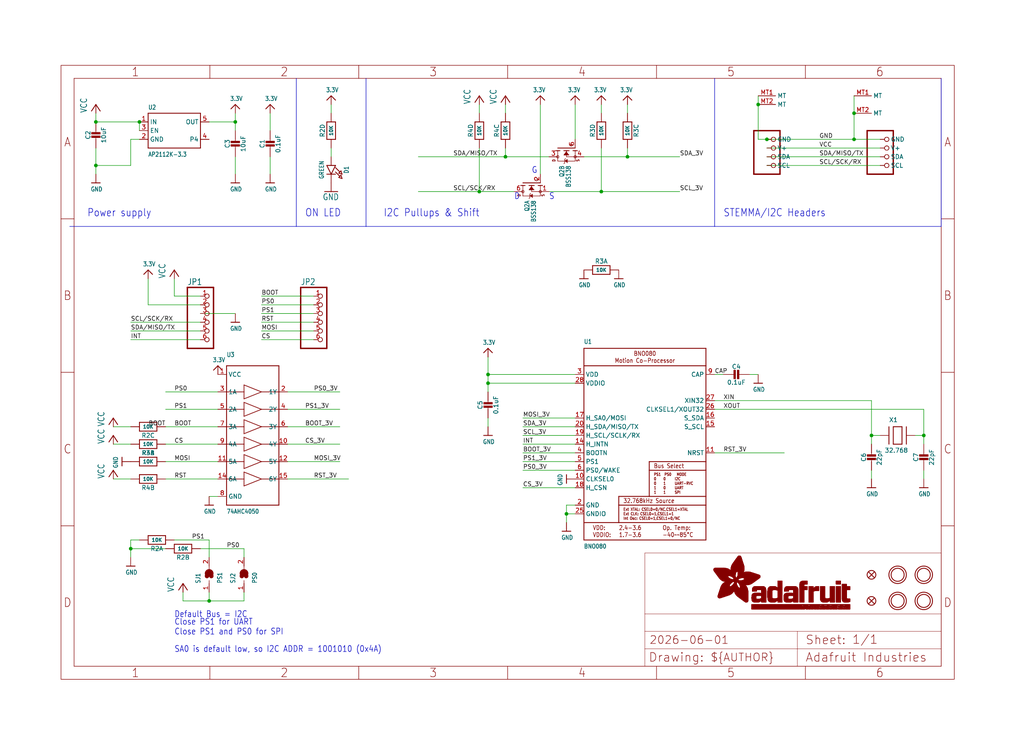
<source format=kicad_sch>
(kicad_sch (version 20230121) (generator eeschema)
  (paper "User" 298.45 217.322)
  (lib_symbols
    (symbol "working-eagle-import:3.3V" (power)
      (property "Value" "3.3V" (at -1.524 1.016 0))
      (symbol "3.3V_1_0"
        (pin power_in line (at 0 -2.54 90) (length 2.54) (name "3.3V") (number "1"))
      )
    )
    (symbol "working-eagle-import:74HC4050DTSSOP"
      (property "Reference" "U" (at -7.62 22.86 0))
      (symbol "74HC4050DTSSOP_1_0"
        (pin bidirectional line (at -10.16 17.78 0) (length 2.54) (name "VCC") (number "1"))
        (pin bidirectional line (at 10.16 -2.54 180) (length 2.54) (name "4Y") (number "10"))
        (pin bidirectional line (at -10.16 -7.62 0) (length 2.54) (name "5A") (number "11"))
        (pin bidirectional line (at 10.16 -7.62 180) (length 2.54) (name "5Y") (number "12"))
        (pin bidirectional line (at -10.16 -12.7 0) (length 2.54) (name "6A") (number "14"))
        (pin bidirectional line (at 10.16 -12.7 180) (length 2.54) (name "6Y") (number "15"))
        (pin bidirectional line (at 10.16 12.7 180) (length 2.54) (name "1Y") (number "2"))
        (pin bidirectional line (at -10.16 12.7 0) (length 2.54) (name "1A") (number "3"))
        (pin bidirectional line (at 10.16 7.62 180) (length 2.54) (name "2Y") (number "4"))
        (pin bidirectional line (at -10.16 7.62 0) (length 2.54) (name "2A") (number "5"))
        (pin bidirectional line (at 10.16 2.54 180) (length 2.54) (name "3Y") (number "6"))
        (pin bidirectional line (at -10.16 2.54 0) (length 2.54) (name "3A") (number "7"))
        (pin bidirectional line (at -10.16 -17.78 0) (length 2.54) (name "GND") (number "8"))
        (pin bidirectional line (at -10.16 -2.54 0) (length 2.54) (name "4A") (number "9"))
      )
    )
    (symbol "working-eagle-import:BNO080"
      (property "Reference" "U" (at -17.78 29.21 0))
      (symbol "BNO080_1_0"
        (text "2.4-3.6\n1.7-3.6" (at -7.62 -25.4 0) (effects (font (size 1.27 1.0795)) (justify left)))
        (text "32.768kHz Source" (at -6.35 -16.51 0) (effects (font (size 1.27 1.0795)) (justify left)))
        (text "BNO080\nMotion Co-Processor" (at 0 25.4 0) (effects (font (size 1.27 1.0795))))
        (text "Bus Select" (at 2.54 -6.35 0) (effects (font (size 1.27 1.0795)) (justify left)))
        (text "Ext XTAL: CSEL0=0/NC,CSEL1=XTAL\nExt CLK: CSEL0=1,CSEL1=1\nInt Osc: CSEL0=1,CSEL1=0/NC" (at -6.35 -20.32 0) (effects (font (size 0.8128 0.6908)) (justify left)))
        (text "Op. Temp:\n-40~~85°C" (at 5.08 -25.4 0) (effects (font (size 1.27 1.0795)) (justify left)))
        (text "PS1  PS0   MODE\n0    0     I2C\n0    1     UART-RVC\n1    0     UART\n1    1     SPI" (at 2.54 -11.43 0) (effects (font (size 0.8128 0.6908)) (justify left)))
        (text "VDD:\nVDDIO:" (at -15.24 -25.4 0) (effects (font (size 1.27 1.0795)) (justify left)))
        (pin input line (at -20.32 -10.16 0) (length 2.54) (name "CLKSEL0") (number "10"))
        (pin input line (at 20.32 -2.54 180) (length 2.54) (name "NRST") (number "11"))
        (pin output line (at -20.32 0 0) (length 2.54) (name "H_INTN") (number "14"))
        (pin bidirectional line (at 20.32 5.08 180) (length 2.54) (name "S_SCL") (number "15"))
        (pin bidirectional line (at 20.32 7.62 180) (length 2.54) (name "S_SDA") (number "16"))
        (pin output line (at -20.32 7.62 0) (length 2.54) (name "H_SA0/MOSI") (number "17"))
        (pin input line (at -20.32 -12.7 0) (length 2.54) (name "H_CSN") (number "18"))
        (pin bidirectional line (at -20.32 2.54 0) (length 2.54) (name "H_SCL/SCLK/RX") (number "19"))
        (pin power_in line (at -20.32 -17.78 0) (length 2.54) (name "GND") (number "2"))
        (pin bidirectional line (at -20.32 5.08 0) (length 2.54) (name "H_SDA/MISO/TX") (number "20"))
        (pin power_in line (at -20.32 -20.32 0) (length 2.54) (name "GNDIO") (number "25"))
        (pin output line (at 20.32 10.16 180) (length 2.54) (name "CLKSEL1/XOUT32") (number "26"))
        (pin input line (at 20.32 12.7 180) (length 2.54) (name "XIN32") (number "27"))
        (pin power_in line (at -20.32 17.78 0) (length 2.54) (name "VDDIO") (number "28"))
        (pin power_in line (at -20.32 20.32 0) (length 2.54) (name "VDD") (number "3"))
        (pin input line (at -20.32 -2.54 0) (length 2.54) (name "BOOTN") (number "4"))
        (pin input line (at -20.32 -5.08 0) (length 2.54) (name "PS1") (number "5"))
        (pin input line (at -20.32 -7.62 0) (length 2.54) (name "PS0/WAKE") (number "6"))
        (pin passive line (at 20.32 20.32 180) (length 2.54) (name "CAP") (number "9"))
      )
    )
    (symbol "working-eagle-import:CAP_CERAMIC0603_NO"
      (property "Reference" "C" (at -2.29 1.25 90))
      (symbol "CAP_CERAMIC0603_NO_1_0"
        (pin passive line (at 0 5.08 270) (length 2.54) (name "1") (number "1"))
        (pin passive line (at 0 -2.54 90) (length 2.54) (name "2") (number "2"))
      )
    )
    (symbol "working-eagle-import:CAP_CERAMIC0805-NOOUTLINE"
      (property "Reference" "C" (at -2.29 1.25 90))
      (symbol "CAP_CERAMIC0805-NOOUTLINE_1_0"
        (pin passive line (at 0 5.08 270) (length 2.54) (name "1") (number "1"))
        (pin passive line (at 0 -2.54 90) (length 2.54) (name "2") (number "2"))
      )
    )
    (symbol "working-eagle-import:FIDUCIAL_1MM")
    (symbol "working-eagle-import:FRAME_A4_ADAFRUIT"
      (symbol "FRAME_A4_ADAFRUIT_1_0"
        (text "${#}/${##}" (at 230.505 10.16 0) (effects (font (size 2.54 2.54)) (justify left bottom)))
        (text "${AUTHOR}" (at 189.23 5.08 0) (effects (font (size 2.286 2.286)) (justify left bottom)))
        (text "${CURRENT_DATE}" (at 171.45 10.16 0) (effects (font (size 2.286 2.286)) (justify left bottom)))
        (text "${PROJECTNAME}" (at 171.45 15.24 0) (effects (font (size 2.54 2.54)) (justify left bottom)))
        (text "1" (at 21.6958 1.905 0) (effects (font (size 2.54 2.286))))
        (text "1" (at 21.6958 177.165 0) (effects (font (size 2.54 2.286))))
        (text "2" (at 65.0875 1.905 0) (effects (font (size 2.54 2.286))))
        (text "2" (at 65.0875 177.165 0) (effects (font (size 2.54 2.286))))
        (text "3" (at 108.4792 1.905 0) (effects (font (size 2.54 2.286))))
        (text "3" (at 108.4792 177.165 0) (effects (font (size 2.54 2.286))))
        (text "4" (at 151.8708 1.905 0) (effects (font (size 2.54 2.286))))
        (text "4" (at 151.8708 177.165 0) (effects (font (size 2.54 2.286))))
        (text "5" (at 195.2625 1.905 0) (effects (font (size 2.54 2.286))))
        (text "5" (at 195.2625 177.165 0) (effects (font (size 2.54 2.286))))
        (text "6" (at 238.6542 1.905 0) (effects (font (size 2.54 2.286))))
        (text "6" (at 238.6542 177.165 0) (effects (font (size 2.54 2.286))))
        (text "A" (at 1.905 156.6863 0) (effects (font (size 2.54 2.286))))
        (text "A" (at 258.445 156.6863 0) (effects (font (size 2.54 2.286))))
        (text "Adafruit Industries" (at 216.916 4.953 0) (effects (font (size 2.54 2.54)) (justify left bottom)))
        (text "B" (at 1.905 111.9188 0) (effects (font (size 2.54 2.286))))
        (text "B" (at 258.445 111.9188 0) (effects (font (size 2.54 2.286))))
        (text "C" (at 1.905 67.1513 0) (effects (font (size 2.54 2.286))))
        (text "C" (at 258.445 67.1513 0) (effects (font (size 2.54 2.286))))
        (text "D" (at 1.905 22.3838 0) (effects (font (size 2.54 2.286))))
        (text "D" (at 258.445 22.3838 0) (effects (font (size 2.54 2.286))))
        (text "Drawing:" (at 171.196 4.953 0) (effects (font (size 2.54 2.54)) (justify left bottom)))
        (text "Sheet:" (at 216.916 10.033 0) (effects (font (size 2.54 2.54)) (justify left bottom)))
      )
    )
    (symbol "working-eagle-import:GND" (power)
      (property "Value" "GND" (at -1.524 -2.54 0))
      (symbol "GND_1_0"
        (pin power_in line (at 0 2.54 270) (length 2.54) (name "GND") (number "1"))
      )
    )
    (symbol "working-eagle-import:HEADER-1X670MIL"
      (property "Reference" "JP" (at -6.35 10.795 0))
      (symbol "HEADER-1X670MIL_1_0"
        (pin passive inverted (at -2.54 7.62 0) (length 2.54) (name "1") (number "1"))
        (pin passive inverted (at -2.54 5.08 0) (length 2.54) (name "2") (number "2"))
        (pin passive inverted (at -2.54 2.54 0) (length 2.54) (name "3") (number "3"))
        (pin passive inverted (at -2.54 0 0) (length 2.54) (name "4") (number "4"))
        (pin passive inverted (at -2.54 -2.54 0) (length 2.54) (name "5") (number "5"))
        (pin passive inverted (at -2.54 -5.08 0) (length 2.54) (name "6") (number "6"))
      )
    )
    (symbol "working-eagle-import:LED0603_NOOUTLINE"
      (property "Reference" "D" (at -1.27 4.445 0))
      (symbol "LED0603_NOOUTLINE_1_0"
        (pin passive line (at -5.08 0 0) (length 2.54) (name "A") (number "A"))
        (pin passive line (at 2.54 0 180) (length 2.54) (name "C") (number "C"))
      )
    )
    (symbol "working-eagle-import:MOSFET-N_DUAL"
      (property "Reference" "Q" (at 5.08 0.635 0))
      (symbol "MOSFET-N_DUAL_1_0"
        (text "D" (at 3.175 3.175 0) (effects (font (size 0.8128 0.6908)) (justify left bottom)))
        (text "G" (at -1.27 -1.905 0) (effects (font (size 0.8128 0.6908)) (justify left bottom)))
        (text "S" (at 3.175 -3.81 0) (effects (font (size 0.8128 0.6908)) (justify left bottom)))
        (pin bidirectional line (at 2.54 -5.08 90) (length 2.54) (name "S") (number "1"))
        (pin bidirectional line (at -2.54 -2.54 0) (length 2.54) (name "G") (number "2"))
        (pin bidirectional line (at 2.54 5.08 270) (length 2.54) (name "D") (number "6"))
      )
      (symbol "MOSFET-N_DUAL_2_0"
        (text "D" (at 3.175 3.175 0) (effects (font (size 0.8128 0.6908)) (justify left bottom)))
        (text "G" (at -1.27 -1.905 0) (effects (font (size 0.8128 0.6908)) (justify left bottom)))
        (text "S" (at 3.175 -3.81 0) (effects (font (size 0.8128 0.6908)) (justify left bottom)))
        (pin bidirectional line (at 2.54 5.08 270) (length 2.54) (name "D") (number "3"))
        (pin bidirectional line (at 2.54 -5.08 90) (length 2.54) (name "S") (number "4"))
        (pin bidirectional line (at -2.54 -2.54 0) (length 2.54) (name "G") (number "5"))
      )
    )
    (symbol "working-eagle-import:MOUNTINGHOLE2.5")
    (symbol "working-eagle-import:RESISTOR_4PACK"
      (property "Reference" "R" (at 0 2.54 0))
      (symbol "RESISTOR_4PACK_1_0"
        (pin passive line (at -5.08 0 0) (length 2.54) (name "1") (number "1"))
        (pin passive line (at 5.08 0 180) (length 2.54) (name "2") (number "8"))
      )
      (symbol "RESISTOR_4PACK_2_0"
        (pin passive line (at -5.08 0 0) (length 2.54) (name "1") (number "2"))
        (pin passive line (at 5.08 0 180) (length 2.54) (name "2") (number "7"))
      )
      (symbol "RESISTOR_4PACK_3_0"
        (pin passive line (at -5.08 0 0) (length 2.54) (name "1") (number "3"))
        (pin passive line (at 5.08 0 180) (length 2.54) (name "2") (number "6"))
      )
      (symbol "RESISTOR_4PACK_4_0"
        (pin passive line (at -5.08 0 0) (length 2.54) (name "1") (number "4"))
        (pin passive line (at 5.08 0 180) (length 2.54) (name "2") (number "5"))
      )
    )
    (symbol "working-eagle-import:SOLDERJUMPER"
      (property "Reference" "SJ" (at -2.54 2.54 0))
      (symbol "SOLDERJUMPER_1_0"
        (pin passive line (at -5.08 0 0) (length 2.54) (name "1") (number "1"))
        (pin passive line (at 5.08 0 180) (length 2.54) (name "2") (number "2"))
      )
    )
    (symbol "working-eagle-import:STEMMA_I2C_QT"
      (symbol "STEMMA_I2C_QT_1_0"
        (pin passive inverted (at 0 5.08 0) (length 2.54) (name "GND") (number "1"))
        (pin passive inverted (at 0 2.54 0) (length 2.54) (name "V+") (number "2"))
        (pin passive inverted (at 0 0 0) (length 2.54) (name "SDA") (number "3"))
        (pin passive inverted (at 0 -2.54 0) (length 2.54) (name "SCL") (number "4"))
      )
      (symbol "STEMMA_I2C_QT_2_0"
        (pin bidirectional line (at 0 0 0) (length 5.08) (name "MT") (number "MT1"))
      )
      (symbol "STEMMA_I2C_QT_3_0"
        (pin bidirectional line (at 0 0 0) (length 5.08) (name "MT") (number "MT2"))
      )
    )
    (symbol "working-eagle-import:VCC" (power)
      (property "Value" "VCC" (at -2.54 -2.54 90))
      (symbol "VCC_1_0"
        (pin power_in line (at 0 -2.54 90) (length 2.54) (name "VCC") (number "1"))
      )
    )
    (symbol "working-eagle-import:VREG_SOT23-5"
      (property "Reference" "U" (at -7.62 6.096 0))
      (symbol "VREG_SOT23-5_1_0"
        (pin power_in line (at -10.16 2.54 0) (length 2.54) (name "IN") (number "1"))
        (pin power_in line (at -10.16 -2.54 0) (length 2.54) (name "GND") (number "2"))
        (pin input line (at -10.16 0 0) (length 2.54) (name "EN") (number "3"))
        (pin bidirectional line (at 10.16 -2.54 180) (length 2.54) (name "P4") (number "4"))
        (pin power_in line (at 10.16 2.54 180) (length 2.54) (name "OUT") (number "5"))
      )
    )
    (symbol "working-eagle-import:XTAL-3.2X1.5"
      (property "Reference" "X" (at -2.54 3.81 0))
      (symbol "XTAL-3.2X1.5_1_0"
        (pin bidirectional line (at -5.08 0 0) (length 2.54) (name "P$1") (number "P$1"))
        (pin bidirectional line (at 5.08 0 180) (length 2.54) (name "P$2") (number "P$2"))
      )
    )
    (symbol "working-eagle-import:supply1_GND" (power)
      (property "Value" "supply1_GND" (at -2.54 -2.54 0))
      (symbol "supply1_GND_1_0"
        (pin power_in line (at 0 2.54 270) (length 2.54) (name "GND") (number "1"))
      )
    )
  )
  (junction (at 27.94 48.26))
  (junction (at 139.7 55.88))
  (junction (at 248.92 40.64))
  (junction (at 223.52 40.64))
  (junction (at 165.1 149.86))
  (junction (at 182.88 45.72))
  (junction (at 147.32 45.72))
  (junction (at 254 127))
  (junction (at 27.94 35.56))
  (junction (at 269.24 127))
  (junction (at 38.1 160.02))
  (junction (at 60.96 175.26))
  (junction (at 175.26 55.88))
  (junction (at 68.58 35.56))
  (junction (at 40.64 35.56))
  (junction (at 142.24 111.76))
  (junction (at 142.24 109.22))
  (junction (at 220.98 30.48))
  (junction (at 248.92 33.02))
  (wire (pts (xy 167.64 129.54) (xy 152.4 129.54)) (stroke (width 0.1524)))
  (wire (pts (xy 68.58 35.56) (xy 68.58 38.1)) (stroke (width 0.1524)))
  (wire (pts (xy 139.7 55.88) (xy 121.92 55.88)) (stroke (width 0.1524)))
  (wire (pts (xy 63.5 124.46) (xy 48.26 124.46)) (stroke (width 0.1524)))
  (wire (pts (xy 27.94 33.02) (xy 27.94 35.56)) (stroke (width 0.1524)))
  (wire (pts (xy 208.28 132.08) (xy 228.6 132.08)) (stroke (width 0.1524)))
  (wire (pts (xy 220.98 27.94) (xy 220.98 30.48)) (stroke (width 0.1524)))
  (wire (pts (xy 167.64 127) (xy 152.4 127)) (stroke (width 0.1524)))
  (wire (pts (xy 182.88 33.02) (xy 182.88 30.48)) (stroke (width 0.1524)))
  (wire (pts (xy 165.1 149.86) (xy 165.1 152.4)) (stroke (width 0.1524)))
  (wire (pts (xy 63.5 114.3) (xy 48.26 114.3)) (stroke (width 0.1524)))
  (wire (pts (xy 91.44 99.06) (xy 76.2 99.06)) (stroke (width 0.1524)))
  (wire (pts (xy 269.24 127) (xy 269.24 129.54)) (stroke (width 0.1524)))
  (wire (pts (xy 170.18 45.72) (xy 182.88 45.72)) (stroke (width 0.1524)))
  (wire (pts (xy 157.48 50.8) (xy 157.48 30.48)) (stroke (width 0.1524)))
  (wire (pts (xy 167.64 109.22) (xy 142.24 109.22)) (stroke (width 0.1524)))
  (wire (pts (xy 58.42 160.02) (xy 71.12 160.02)) (stroke (width 0.1524)))
  (wire (pts (xy 220.98 40.64) (xy 223.52 40.64)) (stroke (width 0.1524)))
  (wire (pts (xy 40.64 35.56) (xy 27.94 35.56)) (stroke (width 0.1524)))
  (wire (pts (xy 78.74 33.02) (xy 78.74 38.1)) (stroke (width 0.1524)))
  (wire (pts (xy 96.52 30.48) (xy 96.52 33.02)) (stroke (width 0.1524)))
  (wire (pts (xy 175.26 33.02) (xy 175.26 30.48)) (stroke (width 0.1524)))
  (wire (pts (xy 149.86 55.88) (xy 139.7 55.88)) (stroke (width 0.1524)))
  (wire (pts (xy 33.02 124.46) (xy 38.1 124.46)) (stroke (width 0.1524)))
  (polyline (pts (xy 86.36 22.86) (xy 86.36 66.04)) (stroke (width 0.1524) (type solid)))
  (wire (pts (xy 167.64 149.86) (xy 165.1 149.86)) (stroke (width 0.1524)))
  (wire (pts (xy 50.8 157.48) (xy 60.96 157.48)) (stroke (width 0.1524)))
  (wire (pts (xy 223.52 43.18) (xy 256.54 43.18)) (stroke (width 0.1524)))
  (wire (pts (xy 208.28 119.38) (xy 269.24 119.38)) (stroke (width 0.1524)))
  (wire (pts (xy 223.52 48.26) (xy 256.54 48.26)) (stroke (width 0.1524)))
  (wire (pts (xy 175.26 55.88) (xy 198.12 55.88)) (stroke (width 0.1524)))
  (wire (pts (xy 33.02 129.54) (xy 38.1 129.54)) (stroke (width 0.1524)))
  (wire (pts (xy 91.44 88.9) (xy 76.2 88.9)) (stroke (width 0.1524)))
  (wire (pts (xy 220.98 30.48) (xy 220.98 40.64)) (stroke (width 0.1524)))
  (wire (pts (xy 167.64 121.92) (xy 152.4 121.92)) (stroke (width 0.1524)))
  (wire (pts (xy 139.7 30.48) (xy 139.7 33.02)) (stroke (width 0.1524)))
  (wire (pts (xy 83.82 139.7) (xy 101.6 139.7)) (stroke (width 0.1524)))
  (wire (pts (xy 78.74 45.72) (xy 78.74 50.8)) (stroke (width 0.1524)))
  (wire (pts (xy 142.24 109.22) (xy 142.24 104.14)) (stroke (width 0.1524)))
  (wire (pts (xy 71.12 175.26) (xy 60.96 175.26)) (stroke (width 0.1524)))
  (polyline (pts (xy 274.32 22.86) (xy 274.32 66.04)) (stroke (width 0.1524) (type solid)))
  (polyline (pts (xy 106.68 66.04) (xy 208.28 66.04)) (stroke (width 0.1524) (type solid)))
  (wire (pts (xy 142.24 114.3) (xy 142.24 111.76)) (stroke (width 0.1524)))
  (wire (pts (xy 38.1 160.02) (xy 38.1 162.56)) (stroke (width 0.1524)))
  (wire (pts (xy 27.94 48.26) (xy 27.94 50.8)) (stroke (width 0.1524)))
  (wire (pts (xy 38.1 40.64) (xy 38.1 48.26)) (stroke (width 0.1524)))
  (wire (pts (xy 254 127) (xy 254 129.54)) (stroke (width 0.1524)))
  (wire (pts (xy 91.44 93.98) (xy 76.2 93.98)) (stroke (width 0.1524)))
  (wire (pts (xy 60.96 175.26) (xy 53.34 175.26)) (stroke (width 0.1524)))
  (wire (pts (xy 167.64 40.64) (xy 167.64 30.48)) (stroke (width 0.1524)))
  (wire (pts (xy 256.54 40.64) (xy 248.92 40.64)) (stroke (width 0.1524)))
  (wire (pts (xy 175.26 43.18) (xy 175.26 55.88)) (stroke (width 0.1524)))
  (wire (pts (xy 91.44 91.44) (xy 76.2 91.44)) (stroke (width 0.1524)))
  (wire (pts (xy 27.94 48.26) (xy 27.94 43.18)) (stroke (width 0.1524)))
  (wire (pts (xy 142.24 121.92) (xy 142.24 124.46)) (stroke (width 0.1524)))
  (wire (pts (xy 53.34 175.26) (xy 53.34 172.72)) (stroke (width 0.1524)))
  (polyline (pts (xy 20.32 66.04) (xy 86.36 66.04)) (stroke (width 0.1524) (type solid)))
  (wire (pts (xy 58.42 88.9) (xy 43.18 88.9)) (stroke (width 0.1524)))
  (polyline (pts (xy 106.68 22.86) (xy 106.68 66.04)) (stroke (width 0.1524) (type solid)))
  (wire (pts (xy 208.28 116.84) (xy 254 116.84)) (stroke (width 0.1524)))
  (wire (pts (xy 147.32 45.72) (xy 121.92 45.72)) (stroke (width 0.1524)))
  (wire (pts (xy 167.64 111.76) (xy 142.24 111.76)) (stroke (width 0.1524)))
  (wire (pts (xy 38.1 48.26) (xy 27.94 48.26)) (stroke (width 0.1524)))
  (wire (pts (xy 142.24 111.76) (xy 142.24 109.22)) (stroke (width 0.1524)))
  (wire (pts (xy 33.02 139.7) (xy 38.1 139.7)) (stroke (width 0.1524)))
  (polyline (pts (xy 208.28 66.04) (xy 274.32 66.04)) (stroke (width 0.1524) (type solid)))
  (wire (pts (xy 248.92 27.94) (xy 248.92 33.02)) (stroke (width 0.1524)))
  (wire (pts (xy 147.32 43.18) (xy 147.32 45.72)) (stroke (width 0.1524)))
  (wire (pts (xy 68.58 45.72) (xy 68.58 50.8)) (stroke (width 0.1524)))
  (polyline (pts (xy 208.28 22.86) (xy 208.28 66.04)) (stroke (width 0.1524) (type solid)))
  (wire (pts (xy 48.26 160.02) (xy 38.1 160.02)) (stroke (width 0.1524)))
  (wire (pts (xy 152.4 137.16) (xy 167.64 137.16)) (stroke (width 0.1524)))
  (wire (pts (xy 99.06 119.38) (xy 83.82 119.38)) (stroke (width 0.1524)))
  (wire (pts (xy 63.5 134.62) (xy 48.26 134.62)) (stroke (width 0.1524)))
  (wire (pts (xy 58.42 93.98) (xy 38.1 93.98)) (stroke (width 0.1524)))
  (wire (pts (xy 71.12 172.72) (xy 71.12 175.26)) (stroke (width 0.1524)))
  (wire (pts (xy 91.44 86.36) (xy 76.2 86.36)) (stroke (width 0.1524)))
  (wire (pts (xy 167.64 132.08) (xy 152.4 132.08)) (stroke (width 0.1524)))
  (wire (pts (xy 83.82 129.54) (xy 99.06 129.54)) (stroke (width 0.1524)))
  (wire (pts (xy 139.7 43.18) (xy 139.7 55.88)) (stroke (width 0.1524)))
  (wire (pts (xy 60.96 35.56) (xy 68.58 35.56)) (stroke (width 0.1524)))
  (wire (pts (xy 160.02 55.88) (xy 175.26 55.88)) (stroke (width 0.1524)))
  (wire (pts (xy 160.02 45.72) (xy 147.32 45.72)) (stroke (width 0.1524)))
  (wire (pts (xy 167.64 142.24) (xy 152.4 142.24)) (stroke (width 0.1524)))
  (wire (pts (xy 40.64 38.1) (xy 40.64 35.56)) (stroke (width 0.1524)))
  (wire (pts (xy 58.42 91.44) (xy 68.58 91.44)) (stroke (width 0.1524)))
  (wire (pts (xy 58.42 96.52) (xy 38.1 96.52)) (stroke (width 0.1524)))
  (wire (pts (xy 50.8 86.36) (xy 50.8 81.28)) (stroke (width 0.1524)))
  (wire (pts (xy 256.54 45.72) (xy 223.52 45.72)) (stroke (width 0.1524)))
  (wire (pts (xy 248.92 33.02) (xy 248.92 40.64)) (stroke (width 0.1524)))
  (wire (pts (xy 182.88 43.18) (xy 182.88 45.72)) (stroke (width 0.1524)))
  (wire (pts (xy 58.42 86.36) (xy 50.8 86.36)) (stroke (width 0.1524)))
  (wire (pts (xy 48.26 139.7) (xy 63.5 139.7)) (stroke (width 0.1524)))
  (wire (pts (xy 63.5 119.38) (xy 48.26 119.38)) (stroke (width 0.1524)))
  (wire (pts (xy 254 137.16) (xy 254 139.7)) (stroke (width 0.1524)))
  (wire (pts (xy 167.64 147.32) (xy 165.1 147.32)) (stroke (width 0.1524)))
  (wire (pts (xy 208.28 109.22) (xy 210.82 109.22)) (stroke (width 0.1524)))
  (wire (pts (xy 63.5 144.78) (xy 60.96 144.78)) (stroke (width 0.1524)))
  (wire (pts (xy 269.24 137.16) (xy 269.24 139.7)) (stroke (width 0.1524)))
  (wire (pts (xy 218.44 109.22) (xy 220.98 109.22)) (stroke (width 0.1524)))
  (wire (pts (xy 43.18 88.9) (xy 43.18 81.28)) (stroke (width 0.1524)))
  (wire (pts (xy 167.64 124.46) (xy 152.4 124.46)) (stroke (width 0.1524)))
  (wire (pts (xy 40.64 40.64) (xy 38.1 40.64)) (stroke (width 0.1524)))
  (polyline (pts (xy 86.36 66.04) (xy 106.68 66.04)) (stroke (width 0.1524) (type solid)))
  (wire (pts (xy 182.88 45.72) (xy 198.12 45.72)) (stroke (width 0.1524)))
  (wire (pts (xy 96.52 45.72) (xy 96.52 43.18)) (stroke (width 0.1524)))
  (wire (pts (xy 254 116.84) (xy 254 127)) (stroke (width 0.1524)))
  (wire (pts (xy 68.58 35.56) (xy 68.58 33.02)) (stroke (width 0.1524)))
  (wire (pts (xy 256.54 127) (xy 254 127)) (stroke (width 0.1524)))
  (wire (pts (xy 248.92 40.64) (xy 223.52 40.64)) (stroke (width 0.1524)))
  (wire (pts (xy 266.7 127) (xy 269.24 127)) (stroke (width 0.1524)))
  (wire (pts (xy 165.1 147.32) (xy 165.1 149.86)) (stroke (width 0.1524)))
  (wire (pts (xy 83.82 114.3) (xy 99.06 114.3)) (stroke (width 0.1524)))
  (wire (pts (xy 167.64 134.62) (xy 152.4 134.62)) (stroke (width 0.1524)))
  (wire (pts (xy 60.96 172.72) (xy 60.96 175.26)) (stroke (width 0.1524)))
  (wire (pts (xy 83.82 134.62) (xy 99.06 134.62)) (stroke (width 0.1524)))
  (wire (pts (xy 38.1 157.48) (xy 38.1 160.02)) (stroke (width 0.1524)))
  (wire (pts (xy 48.26 129.54) (xy 63.5 129.54)) (stroke (width 0.1524)))
  (wire (pts (xy 91.44 96.52) (xy 76.2 96.52)) (stroke (width 0.1524)))
  (wire (pts (xy 269.24 119.38) (xy 269.24 127)) (stroke (width 0.1524)))
  (wire (pts (xy 83.82 124.46) (xy 99.06 124.46)) (stroke (width 0.1524)))
  (wire (pts (xy 60.96 157.48) (xy 60.96 162.56)) (stroke (width 0.1524)))
  (wire (pts (xy 58.42 99.06) (xy 38.1 99.06)) (stroke (width 0.1524)))
  (wire (pts (xy 38.1 157.48) (xy 40.64 157.48)) (stroke (width 0.1524)))
  (wire (pts (xy 147.32 33.02) (xy 147.32 30.48)) (stroke (width 0.1524)))
  (wire (pts (xy 71.12 160.02) (xy 71.12 162.56)) (stroke (width 0.1524)))
  (text "Power supply" (at 25.4 63.5 0) (effects (font (size 2.1844 1.8567)) (justify left bottom)))
  (text "Default Bus = I2C" (at 50.8 180.34 0) (effects (font (size 1.778 1.5113)) (justify left bottom)))
  (text "D" (at 149.86 58.42 0) (effects (font (size 1.778 1.5113)) (justify left bottom)))
  (text "I2C Pullups & Shift" (at 111.76 63.5 0) (effects (font (size 2.1844 1.8567)) (justify left bottom)))
  (text "Close PS1 for UART\nClose PS1 and PS0 for SPI" (at 50.8 185.42 0) (effects (font (size 1.778 1.5113)) (justify left bottom)))
  (text "S" (at 160.02 58.42 0) (effects (font (size 1.778 1.5113)) (justify left bottom)))
  (text "SA0 is default low, so I2C ADDR = 1001010 (0x4A)" (at 50.8 190.5 0) (effects (font (size 1.778 1.5113)) (justify left bottom)))
  (text "STEMMA/I2C Headers" (at 210.82 63.5 0) (effects (font (size 2.1844 1.8567)) (justify left bottom)))
  (text "ON LED" (at 88.9 63.5 0) (effects (font (size 2.1844 1.8567)) (justify left bottom)))
  (text "G" (at 154.94 50.8 0) (effects (font (size 1.778 1.5113)) (justify left bottom)))
  (label "PS1_3V" (at 88.9 119.38 0) (effects (font (size 1.2446 1.2446))))
  (label "CS" (at 76.2 99.06 0) (effects (font (size 1.2446 1.2446))))
  (label "PS1" (at 55.88 157.48 0) (effects (font (size 1.2446 1.2446))))
  (label "SDA_3V" (at 198.12 45.72 0) (effects (font (size 1.2446 1.2446))))
  (label "PS0_3V" (at 91.44 114.3 0) (effects (font (size 1.2446 1.2446))))
  (label "CS" (at 50.8 129.54 0) (effects (font (size 1.2446 1.2446))))
  (label "PS1" (at 50.8 119.38 0) (effects (font (size 1.2446 1.2446))))
  (label "SDA/MISO/TX" (at 38.1 96.52 0) (effects (font (size 1.2446 1.2446))))
  (label "SDA/MISO/TX" (at 238.76 45.72 0) (effects (font (size 1.2446 1.2446))))
  (label "SDA/MISO/TX" (at 132.08 45.72 0) (effects (font (size 1.2446 1.2446))))
  (label "INT" (at 38.1 99.06 0) (effects (font (size 1.2446 1.2446))))
  (label "MOSI_3V" (at 91.44 134.62 0) (effects (font (size 1.2446 1.2446))))
  (label "PS0" (at 66.04 160.02 0) (effects (font (size 1.2446 1.2446))))
  (label "PS0" (at 50.8 114.3 0) (effects (font (size 1.2446 1.2446))))
  (label "SCL_3V" (at 198.12 55.88 0) (effects (font (size 1.2446 1.2446))))
  (label "SCL_3V" (at 152.4 127 0) (effects (font (size 1.2446 1.2446))))
  (label "RST" (at 76.2 93.98 0) (effects (font (size 1.2446 1.2446))))
  (label "PS0_3V" (at 152.4 137.16 0) (effects (font (size 1.2446 1.2446))))
  (label "BOOT" (at 76.2 86.36 0) (effects (font (size 1.2446 1.2446))))
  (label "XOUT" (at 210.82 119.38 0) (effects (font (size 1.2446 1.2446))))
  (label "SCL/SCK/RX" (at 132.08 55.88 0) (effects (font (size 1.2446 1.2446))))
  (label "XIN" (at 210.82 116.84 0) (effects (font (size 1.2446 1.2446))))
  (label "PS0" (at 76.2 88.9 0) (effects (font (size 1.2446 1.2446))))
  (label "BOOT" (at 48.26 124.46 180) (effects (font (size 1.2446 1.2446))))
  (label "INT" (at 152.4 129.54 0) (effects (font (size 1.2446 1.2446))))
  (label "BOOT_3V" (at 88.9 124.46 0) (effects (font (size 1.2446 1.2446))))
  (label "SDA_3V" (at 152.4 124.46 0) (effects (font (size 1.2446 1.2446))))
  (label "CS_3V" (at 152.4 142.24 0) (effects (font (size 1.2446 1.2446))))
  (label "MOSI" (at 76.2 96.52 0) (effects (font (size 1.2446 1.2446))))
  (label "VCC" (at 238.76 43.18 0) (effects (font (size 1.2446 1.2446))))
  (label "SCL/SCK/RX" (at 238.76 48.26 0) (effects (font (size 1.2446 1.2446))))
  (label "RST_3V" (at 210.82 132.08 0) (effects (font (size 1.2446 1.2446))))
  (label "PS1" (at 76.2 91.44 0) (effects (font (size 1.2446 1.2446))))
  (label "CS_3V" (at 88.9 129.54 0) (effects (font (size 1.2446 1.2446))))
  (label "RST" (at 50.8 139.7 0) (effects (font (size 1.2446 1.2446))))
  (label "MOSI_3V" (at 152.4 121.92 0) (effects (font (size 1.2446 1.2446))))
  (label "BOOT_3V" (at 152.4 132.08 0) (effects (font (size 1.2446 1.2446))))
  (label "PS1_3V" (at 152.4 134.62 0) (effects (font (size 1.2446 1.2446))))
  (label "RST_3V" (at 91.44 139.7 0) (effects (font (size 1.2446 1.2446))))
  (label "GND" (at 238.76 40.64 0) (effects (font (size 1.2446 1.2446))))
  (label "SCL/SCK/RX" (at 38.1 93.98 0) (effects (font (size 1.2446 1.2446))))
  (label "MOSI" (at 50.8 134.62 0) (effects (font (size 1.2446 1.2446))))
  (label "BOOT" (at 50.8 124.46 0) (effects (font (size 1.2446 1.2446))))
  (label "CAP" (at 208.28 109.22 0) (effects (font (size 1.2446 1.2446))))
  (symbol (lib_id "working-eagle-import:VCC") (at 147.32 27.94 0) (unit 1)
    (property "Reference" "#P+2" (effects hide))
    (property "Value" "VCC" (at 144.78 30.48 90) (effects (font (size 1.778 1.5113)) (justify left bottom)))
  )
  (symbol (lib_id "working-eagle-import:GND") (at 220.98 111.76 0) (unit 1)
    (property "Reference" "#U$8" (effects hide))
    (property "Value" "GND" (at 219.456 114.3 0) (effects (font (size 1.27 1.0795)) (justify left bottom)))
  )
  (symbol (lib_id "working-eagle-import:RESISTOR_4PACK") (at 43.18 129.54 180) (unit 1)
    (property "Reference" "R4" (at 43.18 132.08 0))
    (property "Value" "10K" (at 43.18 129.54 0) (effects (font (size 1.016 1.016) bold)))
    (property "Footprint" "working:RESPACK_4X0603" (effects hide))
  )
  (symbol (lib_id "working-eagle-import:RESISTOR_4PACK") (at 139.7 38.1 90) (unit 4)
    (property "Reference" "R4" (at 137.16 38.1 0))
    (property "Value" "10K" (at 139.7 38.1 0) (effects (font (size 1.016 1.016) bold)))
    (property "Footprint" "working:RESPACK_4X0603" (effects hide))
  )
  (symbol (lib_id "working-eagle-import:STEMMA_I2C_QT") (at 220.98 27.94 0) (unit 2)
    (property "Reference" "CONN3" (effects hide))
    (property "Value" "STEMMA_I2C_QT" (effects hide))
    (property "Footprint" "working:JST_SH4" (effects hide))
  )
  (symbol (lib_id "working-eagle-import:3.3V") (at 182.88 27.94 0) (mirror y) (unit 1)
    (property "Reference" "#U$7" (effects hide))
    (property "Value" "3.3V" (at 184.404 26.924 0) (effects (font (size 1.27 1.0795)) (justify left bottom)))
  )
  (symbol (lib_id "working-eagle-import:CAP_CERAMIC0603_NO") (at 269.24 134.62 0) (unit 1)
    (property "Reference" "C7" (at 266.95 133.37 90))
    (property "Value" "22pF" (at 271.54 133.37 90))
    (property "Footprint" "working:0603-NO" (effects hide))
  )
  (symbol (lib_id "working-eagle-import:CAP_CERAMIC0603_NO") (at 78.74 43.18 0) (unit 1)
    (property "Reference" "C1" (at 76.45 41.93 90))
    (property "Value" "0.1uF" (at 81.04 41.93 90))
    (property "Footprint" "working:0603-NO" (effects hide))
  )
  (symbol (lib_id "working-eagle-import:3.3V") (at 167.64 27.94 0) (mirror y) (unit 1)
    (property "Reference" "#U$23" (effects hide))
    (property "Value" "3.3V" (at 169.164 26.924 0) (effects (font (size 1.27 1.0795)) (justify left bottom)))
  )
  (symbol (lib_id "working-eagle-import:RESISTOR_4PACK") (at 147.32 38.1 90) (unit 3)
    (property "Reference" "R4" (at 144.78 38.1 0))
    (property "Value" "10K" (at 147.32 38.1 0) (effects (font (size 1.016 1.016) bold)))
    (property "Footprint" "working:RESPACK_4X0603" (effects hide))
  )
  (symbol (lib_id "working-eagle-import:HEADER-1X670MIL") (at 60.96 93.98 0) (unit 1)
    (property "Reference" "JP1" (at 54.61 83.185 0) (effects (font (size 1.778 1.5113)) (justify left bottom)))
    (property "Value" "HEADER-1X670MIL" (effects hide))
    (property "Footprint" "working:1X06_ROUND_70" (effects hide))
  )
  (symbol (lib_id "working-eagle-import:VCC") (at 50.8 78.74 0) (unit 1)
    (property "Reference" "#P+4" (effects hide))
    (property "Value" "VCC" (at 48.26 81.28 90) (effects (font (size 1.778 1.5113)) (justify left bottom)))
  )
  (symbol (lib_id "working-eagle-import:STEMMA_I2C_QT") (at 256.54 45.72 0) (unit 1)
    (property "Reference" "CONN4" (effects hide))
    (property "Value" "STEMMA_I2C_QT" (effects hide))
    (property "Footprint" "working:JST_SH4" (effects hide))
  )
  (symbol (lib_id "working-eagle-import:GND") (at 35.56 134.62 270) (unit 1)
    (property "Reference" "#U$20" (effects hide))
    (property "Value" "GND" (at 33.02 133.096 0) (effects (font (size 1.27 1.0795)) (justify left bottom)))
  )
  (symbol (lib_id "working-eagle-import:SOLDERJUMPER") (at 60.96 167.64 90) (unit 1)
    (property "Reference" "SJ1" (at 58.42 170.18 0) (effects (font (size 1.27 1.0795)) (justify left bottom)))
    (property "Value" "PS1" (at 64.77 170.18 0) (effects (font (size 1.27 1.0795)) (justify left bottom)))
    (property "Footprint" "working:SOLDERJUMPER_ARROW_NOPASTE" (effects hide))
  )
  (symbol (lib_id "working-eagle-import:CAP_CERAMIC0603_NO") (at 142.24 119.38 0) (unit 1)
    (property "Reference" "C5" (at 139.95 118.13 90))
    (property "Value" "0.1uF" (at 144.54 118.13 90))
    (property "Footprint" "working:0603-NO" (effects hide))
  )
  (symbol (lib_id "working-eagle-import:RESISTOR_4PACK") (at 45.72 157.48 180) (unit 1)
    (property "Reference" "R2" (at 45.72 160.02 0))
    (property "Value" "10K" (at 45.72 157.48 0) (effects (font (size 1.016 1.016) bold)))
    (property "Footprint" "working:RESPACK_4X0603" (effects hide))
  )
  (symbol (lib_id "working-eagle-import:3.3V") (at 175.26 27.94 0) (mirror y) (unit 1)
    (property "Reference" "#U$24" (effects hide))
    (property "Value" "3.3V" (at 176.784 26.924 0) (effects (font (size 1.27 1.0795)) (justify left bottom)))
  )
  (symbol (lib_id "working-eagle-import:3.3V") (at 157.48 27.94 0) (mirror y) (unit 1)
    (property "Reference" "#U$26" (effects hide))
    (property "Value" "3.3V" (at 159.004 26.924 0) (effects (font (size 1.27 1.0795)) (justify left bottom)))
  )
  (symbol (lib_id "working-eagle-import:3.3V") (at 142.24 101.6 0) (unit 1)
    (property "Reference" "#U$4" (effects hide))
    (property "Value" "3.3V" (at 140.716 100.584 0) (effects (font (size 1.27 1.0795)) (justify left bottom)))
  )
  (symbol (lib_id "working-eagle-import:RESISTOR_4PACK") (at 175.26 78.74 0) (unit 1)
    (property "Reference" "R3" (at 175.26 76.2 0))
    (property "Value" "10K" (at 175.26 78.74 0) (effects (font (size 1.016 1.016) bold)))
    (property "Footprint" "working:RESPACK_4X0603" (effects hide))
  )
  (symbol (lib_id "working-eagle-import:MOSFET-N_DUAL") (at 154.94 53.34 90) (mirror x) (unit 1)
    (property "Reference" "Q2" (at 154.305 58.42 0) (effects (font (size 1.27 1.0795)) (justify left bottom)))
    (property "Value" "BSS138" (at 156.21 58.42 0) (effects (font (size 1.27 1.0795)) (justify left bottom)))
    (property "Footprint" "working:SOT363" (effects hide))
  )
  (symbol (lib_id "working-eagle-import:74HC4050DTSSOP") (at 73.66 127 0) (unit 1)
    (property "Reference" "U3" (at 66.04 104.14 0) (effects (font (size 1.27 1.0795)) (justify left bottom)))
    (property "Value" "74AHC4050" (at 66.04 149.86 0) (effects (font (size 1.27 1.0795)) (justify left bottom)))
    (property "Footprint" "working:TSSOP16" (effects hide))
  )
  (symbol (lib_id "working-eagle-import:GND") (at 165.1 154.94 0) (unit 1)
    (property "Reference" "#U$2" (effects hide))
    (property "Value" "GND" (at 163.576 157.48 0) (effects (font (size 1.27 1.0795)) (justify left bottom)))
  )
  (symbol (lib_id "working-eagle-import:CAP_CERAMIC0603_NO") (at 254 134.62 0) (unit 1)
    (property "Reference" "C6" (at 251.71 133.37 90))
    (property "Value" "22pF" (at 256.3 133.37 90))
    (property "Footprint" "working:0603-NO" (effects hide))
  )
  (symbol (lib_id "working-eagle-import:VCC") (at 139.7 27.94 0) (unit 1)
    (property "Reference" "#P+1" (effects hide))
    (property "Value" "VCC" (at 137.16 30.48 90) (effects (font (size 1.778 1.5113)) (justify left bottom)))
  )
  (symbol (lib_id "working-eagle-import:FIDUCIAL_1MM") (at 254 167.64 0) (unit 1)
    (property "Reference" "FID4" (effects hide))
    (property "Value" "FIDUCIAL_1MM" (effects hide))
    (property "Footprint" "working:FIDUCIAL_1MM" (effects hide))
  )
  (symbol (lib_id "working-eagle-import:BNO080") (at 187.96 129.54 0) (unit 1)
    (property "Reference" "U1" (at 170.18 100.33 0) (effects (font (size 1.27 1.0795)) (justify left bottom)))
    (property "Value" "BNO080" (at 170.18 160.02 0) (effects (font (size 1.27 1.0795)) (justify left bottom)))
    (property "Footprint" "working:BNO080" (effects hide))
  )
  (symbol (lib_id "working-eagle-import:VCC") (at 33.02 137.16 0) (unit 1)
    (property "Reference" "#P+6" (effects hide))
    (property "Value" "VCC" (at 30.48 139.7 90) (effects (font (size 1.778 1.5113)) (justify left bottom)))
  )
  (symbol (lib_id "working-eagle-import:VCC") (at 27.94 30.48 0) (unit 1)
    (property "Reference" "#P+3" (effects hide))
    (property "Value" "VCC" (at 25.4 33.02 90) (effects (font (size 1.778 1.5113)) (justify left bottom)))
  )
  (symbol (lib_id "working-eagle-import:GND") (at 27.94 53.34 0) (unit 1)
    (property "Reference" "#U$13" (effects hide))
    (property "Value" "GND" (at 26.416 55.88 0) (effects (font (size 1.27 1.0795)) (justify left bottom)))
  )
  (symbol (lib_id "working-eagle-import:SOLDERJUMPER") (at 71.12 167.64 90) (unit 1)
    (property "Reference" "SJ2" (at 68.58 170.18 0) (effects (font (size 1.27 1.0795)) (justify left bottom)))
    (property "Value" "PS0" (at 74.93 170.18 0) (effects (font (size 1.27 1.0795)) (justify left bottom)))
    (property "Footprint" "working:SOLDERJUMPER_ARROW_NOPASTE" (effects hide))
  )
  (symbol (lib_id "working-eagle-import:GND") (at 78.74 53.34 0) (unit 1)
    (property "Reference" "#U$6" (effects hide))
    (property "Value" "GND" (at 77.216 55.88 0) (effects (font (size 1.27 1.0795)) (justify left bottom)))
  )
  (symbol (lib_id "working-eagle-import:VCC") (at 53.34 170.18 0) (unit 1)
    (property "Reference" "#P+8" (effects hide))
    (property "Value" "VCC" (at 50.8 172.72 90) (effects (font (size 1.778 1.5113)) (justify left bottom)))
  )
  (symbol (lib_id "working-eagle-import:supply1_GND") (at 96.52 55.88 0) (unit 1)
    (property "Reference" "#GND6" (effects hide))
    (property "Value" "GND" (at 93.98 58.42 0) (effects (font (size 1.778 1.5113)) (justify left bottom)))
  )
  (symbol (lib_id "working-eagle-import:3.3V") (at 96.52 27.94 0) (unit 1)
    (property "Reference" "#U$3" (effects hide))
    (property "Value" "3.3V" (at 94.996 26.924 0) (effects (font (size 1.27 1.0795)) (justify left bottom)))
  )
  (symbol (lib_id "working-eagle-import:3.3V") (at 78.74 30.48 0) (unit 1)
    (property "Reference" "#U$14" (effects hide))
    (property "Value" "3.3V" (at 77.216 29.464 0) (effects (font (size 1.27 1.0795)) (justify left bottom)))
  )
  (symbol (lib_id "working-eagle-import:STEMMA_I2C_QT") (at 248.92 33.02 0) (unit 3)
    (property "Reference" "CONN4" (effects hide))
    (property "Value" "STEMMA_I2C_QT" (effects hide))
    (property "Footprint" "working:JST_SH4" (effects hide))
  )
  (symbol (lib_id "working-eagle-import:HEADER-1X670MIL") (at 93.98 93.98 0) (unit 1)
    (property "Reference" "JP2" (at 87.63 83.185 0) (effects (font (size 1.778 1.5113)) (justify left bottom)))
    (property "Value" "HEADER-1X670MIL" (effects hide))
    (property "Footprint" "working:1X06_ROUND_70" (effects hide))
  )
  (symbol (lib_id "working-eagle-import:3.3V") (at 43.18 78.74 0) (unit 1)
    (property "Reference" "#U$16" (effects hide))
    (property "Value" "3.3V" (at 41.656 77.724 0) (effects (font (size 1.27 1.0795)) (justify left bottom)))
  )
  (symbol (lib_id "working-eagle-import:3.3V") (at 68.58 30.48 0) (unit 1)
    (property "Reference" "#U$15" (effects hide))
    (property "Value" "3.3V" (at 67.056 29.464 0) (effects (font (size 1.27 1.0795)) (justify left bottom)))
  )
  (symbol (lib_id "working-eagle-import:GND") (at 142.24 127 0) (unit 1)
    (property "Reference" "#U$11" (effects hide))
    (property "Value" "GND" (at 140.716 129.54 0) (effects (font (size 1.27 1.0795)) (justify left bottom)))
  )
  (symbol (lib_id "working-eagle-import:RESISTOR_4PACK") (at 175.26 38.1 90) (unit 4)
    (property "Reference" "R3" (at 172.72 38.1 0))
    (property "Value" "10K" (at 175.26 38.1 0) (effects (font (size 1.016 1.016) bold)))
    (property "Footprint" "working:RESPACK_4X0603" (effects hide))
  )
  (symbol (lib_id "working-eagle-import:CAP_CERAMIC0805-NOOUTLINE") (at 68.58 43.18 0) (unit 1)
    (property "Reference" "C3" (at 66.29 41.93 90))
    (property "Value" "10uF" (at 70.88 41.93 90))
    (property "Footprint" "working:0805-NO" (effects hide))
  )
  (symbol (lib_id "working-eagle-import:GND") (at 60.96 147.32 0) (unit 1)
    (property "Reference" "#U$34" (effects hide))
    (property "Value" "GND" (at 59.436 149.86 0) (effects (font (size 1.27 1.0795)) (justify left bottom)))
  )
  (symbol (lib_id "working-eagle-import:MOUNTINGHOLE2.5") (at 269.24 175.26 0) (unit 1)
    (property "Reference" "U$21" (effects hide))
    (property "Value" "MOUNTINGHOLE2.5" (effects hide))
    (property "Footprint" "working:MOUNTINGHOLE_2.5_PLATED" (effects hide))
  )
  (symbol (lib_id "working-eagle-import:RESISTOR_4PACK") (at 43.18 139.7 180) (unit 2)
    (property "Reference" "R4" (at 43.18 142.24 0))
    (property "Value" "10K" (at 43.18 139.7 0) (effects (font (size 1.016 1.016) bold)))
    (property "Footprint" "working:RESPACK_4X0603" (effects hide))
  )
  (symbol (lib_id "working-eagle-import:STEMMA_I2C_QT") (at 220.98 30.48 0) (unit 3)
    (property "Reference" "CONN3" (effects hide))
    (property "Value" "STEMMA_I2C_QT" (effects hide))
    (property "Footprint" "working:JST_SH4" (effects hide))
  )
  (symbol (lib_id "working-eagle-import:GND") (at 170.18 81.28 0) (unit 1)
    (property "Reference" "#U$33" (effects hide))
    (property "Value" "GND" (at 168.656 83.82 0) (effects (font (size 1.27 1.0795)) (justify left bottom)))
  )
  (symbol (lib_id "working-eagle-import:CAP_CERAMIC0603_NO") (at 213.36 109.22 270) (unit 1)
    (property "Reference" "C4" (at 214.61 106.93 90))
    (property "Value" "0.1uF" (at 214.61 111.52 90))
    (property "Footprint" "working:0603-NO" (effects hide))
  )
  (symbol (lib_id "working-eagle-import:FRAME_A4_ADAFRUIT") (at 17.78 198.12 0) (unit 1)
    (property "Reference" "#U$18" (effects hide))
    (property "Value" "FRAME_A4_ADAFRUIT" (effects hide))
  )
  (symbol (lib_id "working-eagle-import:GND") (at 165.1 139.7 270) (unit 1)
    (property "Reference" "#U$27" (effects hide))
    (property "Value" "GND" (at 162.56 138.176 0) (effects (font (size 1.27 1.0795)) (justify left bottom)))
  )
  (symbol (lib_id "working-eagle-import:MOUNTINGHOLE2.5") (at 269.24 167.64 0) (unit 1)
    (property "Reference" "U$19" (effects hide))
    (property "Value" "MOUNTINGHOLE2.5" (effects hide))
    (property "Footprint" "working:MOUNTINGHOLE_2.5_PLATED" (effects hide))
  )
  (symbol (lib_id "working-eagle-import:MOUNTINGHOLE2.5") (at 261.62 167.64 0) (unit 1)
    (property "Reference" "U$17" (effects hide))
    (property "Value" "MOUNTINGHOLE2.5" (effects hide))
    (property "Footprint" "working:MOUNTINGHOLE_2.5_PLATED" (effects hide))
  )
  (symbol (lib_id "working-eagle-import:RESISTOR_4PACK") (at 43.18 134.62 0) (unit 2)
    (property "Reference" "R3" (at 43.18 132.08 0))
    (property "Value" "10K" (at 43.18 134.62 0) (effects (font (size 1.016 1.016) bold)))
    (property "Footprint" "working:RESPACK_4X0603" (effects hide))
  )
  (symbol (lib_id "working-eagle-import:GND") (at 68.58 93.98 0) (unit 1)
    (property "Reference" "#U$10" (effects hide))
    (property "Value" "GND" (at 67.056 96.52 0) (effects (font (size 1.27 1.0795)) (justify left bottom)))
  )
  (symbol (lib_id "working-eagle-import:VREG_SOT23-5") (at 50.8 38.1 0) (unit 1)
    (property "Reference" "U2" (at 43.18 32.004 0) (effects (font (size 1.27 1.0795)) (justify left bottom)))
    (property "Value" "AP2112K-3.3" (at 43.18 45.72 0) (effects (font (size 1.27 1.0795)) (justify left bottom)))
    (property "Footprint" "working:SOT23-5" (effects hide))
  )
  (symbol (lib_id "working-eagle-import:GND") (at 68.58 53.34 0) (unit 1)
    (property "Reference" "#U$5" (effects hide))
    (property "Value" "GND" (at 67.056 55.88 0) (effects (font (size 1.27 1.0795)) (justify left bottom)))
  )
  (symbol (lib_id "working-eagle-import:VCC") (at 33.02 121.92 0) (unit 1)
    (property "Reference" "#P+7" (effects hide))
    (property "Value" "VCC" (at 30.48 124.46 90) (effects (font (size 1.778 1.5113)) (justify left bottom)))
  )
  (symbol (lib_id "working-eagle-import:GND") (at 38.1 165.1 0) (unit 1)
    (property "Reference" "#U$28" (effects hide))
    (property "Value" "GND" (at 36.576 167.64 0) (effects (font (size 1.27 1.0795)) (justify left bottom)))
  )
  (symbol (lib_id "working-eagle-import:VCC") (at 33.02 127 0) (unit 1)
    (property "Reference" "#P+5" (effects hide))
    (property "Value" "VCC" (at 30.48 129.54 90) (effects (font (size 1.778 1.5113)) (justify left bottom)))
  )
  (symbol (lib_id "working-eagle-import:MOUNTINGHOLE2.5") (at 261.62 175.26 0) (unit 1)
    (property "Reference" "U$1" (effects hide))
    (property "Value" "MOUNTINGHOLE2.5" (effects hide))
    (property "Footprint" "working:MOUNTINGHOLE_2.5_PLATED" (effects hide))
  )
  (symbol (lib_id "working-eagle-import:RESISTOR_4PACK") (at 96.52 38.1 90) (unit 4)
    (property "Reference" "R2" (at 93.98 38.1 0))
    (property "Value" "10K" (at 96.52 38.1 0) (effects (font (size 1.016 1.016) bold)))
    (property "Footprint" "working:RESPACK_4X0603" (effects hide))
  )
  (symbol (lib_id "working-eagle-import:MOSFET-N_DUAL") (at 165.1 43.18 90) (mirror x) (unit 2)
    (property "Reference" "Q2" (at 164.465 48.26 0) (effects (font (size 1.27 1.0795)) (justify left bottom)))
    (property "Value" "BSS138" (at 166.37 48.26 0) (effects (font (size 1.27 1.0795)) (justify left bottom)))
    (property "Footprint" "working:SOT363" (effects hide))
  )
  (symbol (lib_id "working-eagle-import:RESISTOR_4PACK") (at 182.88 38.1 270) (unit 3)
    (property "Reference" "R3" (at 185.42 38.1 0))
    (property "Value" "10K" (at 182.88 38.1 0) (effects (font (size 1.016 1.016) bold)))
    (property "Footprint" "working:RESPACK_4X0603" (effects hide))
  )
  (symbol (lib_id "working-eagle-import:STEMMA_I2C_QT") (at 223.52 45.72 0) (unit 1)
    (property "Reference" "CONN3" (effects hide))
    (property "Value" "STEMMA_I2C_QT" (effects hide))
    (property "Footprint" "working:JST_SH4" (effects hide))
  )
  (symbol (lib_id "working-eagle-import:RESISTOR_4PACK") (at 43.18 124.46 180) (unit 3)
    (property "Reference" "R2" (at 43.18 127 0))
    (property "Value" "10K" (at 43.18 124.46 0) (effects (font (size 1.016 1.016) bold)))
    (property "Footprint" "working:RESPACK_4X0603" (effects hide))
  )
  (symbol (lib_id "working-eagle-import:STEMMA_I2C_QT") (at 248.92 27.94 0) (unit 2)
    (property "Reference" "CONN4" (effects hide))
    (property "Value" "STEMMA_I2C_QT" (effects hide))
    (property "Footprint" "working:JST_SH4" (effects hide))
  )
  (symbol (lib_id "working-eagle-import:GND") (at 180.34 81.28 0) (unit 1)
    (property "Reference" "#U$29" (effects hide))
    (property "Value" "GND" (at 178.816 83.82 0) (effects (font (size 1.27 1.0795)) (justify left bottom)))
  )
  (symbol (lib_id "working-eagle-import:LED0603_NOOUTLINE") (at 96.52 50.8 270) (unit 1)
    (property "Reference" "D1" (at 100.965 49.53 0) (effects (font (size 1.27 1.0795))))
    (property "Value" "GREEN" (at 93.726 49.53 0) (effects (font (size 1.27 1.0795))))
    (property "Footprint" "working:CHIPLED_0603_NOOUTLINE" (effects hide))
  )
  (symbol (lib_id "working-eagle-import:GND") (at 254 142.24 0) (unit 1)
    (property "Reference" "#U$12" (effects hide))
    (property "Value" "GND" (at 252.476 144.78 0) (effects (font (size 1.27 1.0795)) (justify left bottom)))
  )
  (symbol (lib_id "working-eagle-import:GND") (at 269.24 142.24 0) (unit 1)
    (property "Reference" "#U$9" (effects hide))
    (property "Value" "GND" (at 267.716 144.78 0) (effects (font (size 1.27 1.0795)) (justify left bottom)))
  )
  (symbol (lib_id "working-eagle-import:CAP_CERAMIC0805-NOOUTLINE") (at 27.94 40.64 0) (unit 1)
    (property "Reference" "C2" (at 25.65 39.39 90))
    (property "Value" "10uF" (at 30.24 39.39 90))
    (property "Footprint" "working:0805-NO" (effects hide))
  )
  (symbol (lib_id "working-eagle-import:FIDUCIAL_1MM") (at 254 175.26 0) (unit 1)
    (property "Reference" "FID3" (effects hide))
    (property "Value" "FIDUCIAL_1MM" (effects hide))
    (property "Footprint" "working:FIDUCIAL_1MM" (effects hide))
  )
  (symbol (lib_id "working-eagle-import:RESISTOR_4PACK") (at 53.34 160.02 180) (unit 2)
    (property "Reference" "R2" (at 53.34 162.56 0))
    (property "Value" "10K" (at 53.34 160.02 0) (effects (font (size 1.016 1.016) bold)))
    (property "Footprint" "working:RESPACK_4X0603" (effects hide))
  )
  (symbol (lib_id "working-eagle-import:XTAL-3.2X1.5") (at 261.62 127 0) (unit 1)
    (property "Reference" "X1" (at 259.08 123.19 0) (effects (justify left bottom)))
    (property "Value" "32.768" (at 257.81 132.08 0) (effects (justify left bottom)))
    (property "Footprint" "working:XTAL3215" (effects hide))
  )
  (symbol (lib_id "working-eagle-import:3.3V") (at 63.5 106.68 0) (unit 1)
    (property "Reference" "#U$32" (effects hide))
    (property "Value" "3.3V" (at 61.976 105.664 0) (effects (font (size 1.27 1.0795)) (justify left bottom)))
  )
)
</source>
